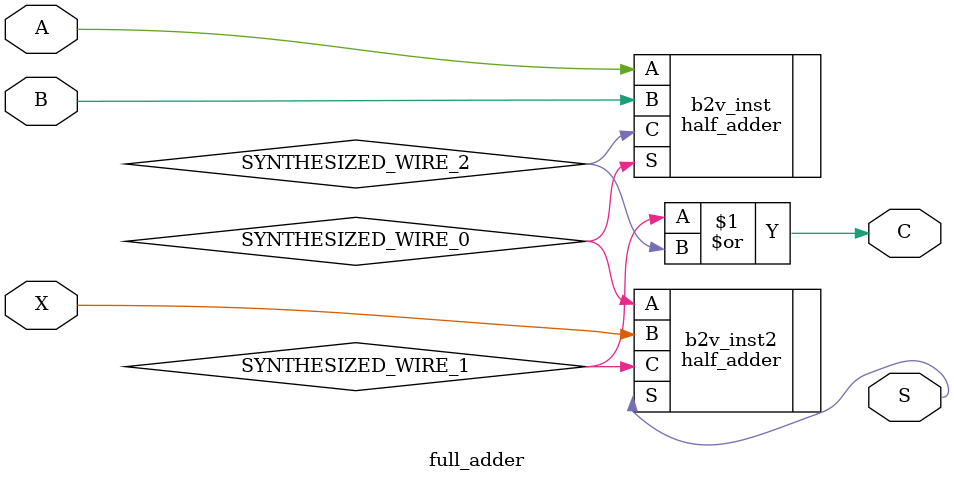
<source format=v>


module full_adder(
	A,
	B,
	X,
	S,
	C
);


input wire	A;
input wire	B;
input wire	X;
output wire	S;
output wire	C;

wire	SYNTHESIZED_WIRE_0;
wire	SYNTHESIZED_WIRE_1;
wire	SYNTHESIZED_WIRE_2;





half_adder	b2v_inst(
	.A(A),
	.B(B),
	.S(SYNTHESIZED_WIRE_0),
	.C(SYNTHESIZED_WIRE_2));


half_adder	b2v_inst2(
	.A(SYNTHESIZED_WIRE_0),
	.B(X),
	.S(S),
	.C(SYNTHESIZED_WIRE_1));

assign	C = SYNTHESIZED_WIRE_1 | SYNTHESIZED_WIRE_2;


endmodule

</source>
